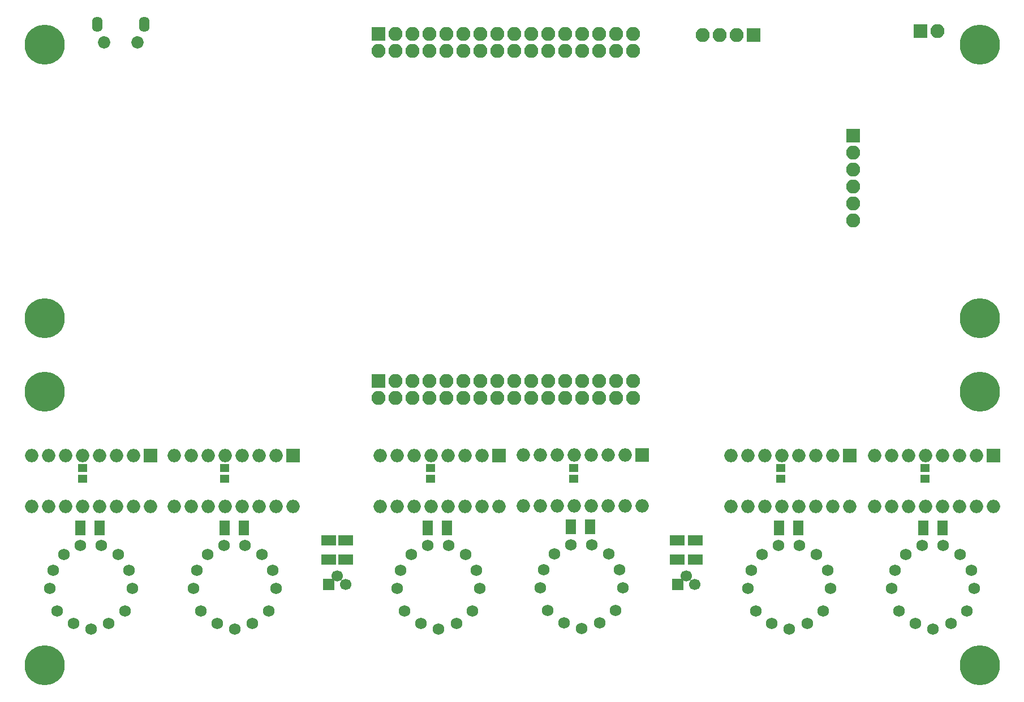
<source format=gbr>
G04 #@! TF.GenerationSoftware,KiCad,Pcbnew,(2018-01-30 revision 342197bb3)-makepkg*
G04 #@! TF.CreationDate,2018-06-27T08:36:49+02:00*
G04 #@! TF.ProjectId,NixieClock01A,4E69786965436C6F636B3031412E6B69,rev?*
G04 #@! TF.SameCoordinates,Original*
G04 #@! TF.FileFunction,Soldermask,Bot*
G04 #@! TF.FilePolarity,Negative*
%FSLAX46Y46*%
G04 Gerber Fmt 4.6, Leading zero omitted, Abs format (unit mm)*
G04 Created by KiCad (PCBNEW (2018-01-30 revision 342197bb3)-makepkg) date 06/27/18 08:36:49*
%MOMM*%
%LPD*%
G01*
G04 APERTURE LIST*
%ADD10C,1.727200*%
%ADD11C,1.700000*%
%ADD12R,1.700000X1.700000*%
%ADD13R,2.000000X2.000000*%
%ADD14O,2.000000X2.000000*%
%ADD15R,2.100000X2.100000*%
%ADD16O,2.100000X2.100000*%
%ADD17R,1.400000X1.220000*%
%ADD18R,1.620000X2.200000*%
%ADD19C,1.850000*%
%ADD20O,1.600000X2.300000*%
%ADD21C,6.000000*%
%ADD22R,2.200000X1.620000*%
G04 APERTURE END LIST*
D10*
X228990734Y-148551499D03*
X230470534Y-136013499D03*
X231635734Y-147719499D03*
X226345734Y-147719499D03*
X227345734Y-136083499D03*
X222801734Y-142520499D03*
X223301734Y-139782499D03*
X235179734Y-142520499D03*
X234679734Y-139782499D03*
X233057734Y-137414499D03*
X224923734Y-137414499D03*
X223923734Y-145888499D03*
X234057734Y-145888499D03*
X207490734Y-148551499D03*
X208970534Y-136013499D03*
X210135734Y-147719499D03*
X204845734Y-147719499D03*
X205845734Y-136083499D03*
X201301734Y-142520499D03*
X201801734Y-139782499D03*
X213679734Y-142520499D03*
X213179734Y-139782499D03*
X211557734Y-137414499D03*
X203423734Y-137414499D03*
X202423734Y-145888499D03*
X212557734Y-145888499D03*
X176411090Y-148473700D03*
X177890890Y-135935700D03*
X179056090Y-147641700D03*
X173766090Y-147641700D03*
X174766090Y-136005700D03*
X170222090Y-142442700D03*
X170722090Y-139704700D03*
X182600090Y-142442700D03*
X182100090Y-139704700D03*
X180478090Y-137336700D03*
X172344090Y-137336700D03*
X171344090Y-145810700D03*
X181478090Y-145810700D03*
X154990734Y-148551499D03*
X156470534Y-136013499D03*
X157635734Y-147719499D03*
X152345734Y-147719499D03*
X153345734Y-136083499D03*
X148801734Y-142520499D03*
X149301734Y-139782499D03*
X161179734Y-142520499D03*
X160679734Y-139782499D03*
X159057734Y-137414499D03*
X150923734Y-137414499D03*
X149923734Y-145888499D03*
X160057734Y-145888499D03*
X124490734Y-148551499D03*
X125970534Y-136013499D03*
X127135734Y-147719499D03*
X121845734Y-147719499D03*
X122845734Y-136083499D03*
X118301734Y-142520499D03*
X118801734Y-139782499D03*
X130679734Y-142520499D03*
X130179734Y-139782499D03*
X128557734Y-137414499D03*
X120423734Y-137414499D03*
X119423734Y-145888499D03*
X129557734Y-145888499D03*
X102990734Y-148551499D03*
X104470534Y-136013499D03*
X105635734Y-147719499D03*
X100345734Y-147719499D03*
X101345734Y-136083499D03*
X96801734Y-142520499D03*
X97301734Y-139782499D03*
X109179734Y-142520499D03*
X108679734Y-139782499D03*
X107057734Y-137414499D03*
X98923734Y-137414499D03*
X97923734Y-145888499D03*
X108057734Y-145888499D03*
D11*
X192089285Y-140647500D03*
X193359285Y-141917500D03*
D12*
X190819285Y-141917500D03*
D13*
X133230734Y-122551499D03*
D14*
X115450734Y-130171499D03*
X130690734Y-122551499D03*
X117990734Y-130171499D03*
X128150734Y-122551499D03*
X120530734Y-130171499D03*
X125610734Y-122551499D03*
X123070734Y-130171499D03*
X123070734Y-122551499D03*
X125610734Y-130171499D03*
X120530734Y-122551499D03*
X128150734Y-130171499D03*
X117990734Y-122551499D03*
X130690734Y-130171499D03*
X115450734Y-122551499D03*
X133230734Y-130171499D03*
D15*
X145990379Y-111429297D03*
D16*
X145990379Y-113969297D03*
X148530379Y-111429297D03*
X148530379Y-113969297D03*
X151070379Y-111429297D03*
X151070379Y-113969297D03*
X153610379Y-111429297D03*
X153610379Y-113969297D03*
X156150379Y-111429297D03*
X156150379Y-113969297D03*
X158690379Y-111429297D03*
X158690379Y-113969297D03*
X161230379Y-111429297D03*
X161230379Y-113969297D03*
X163770379Y-111429297D03*
X163770379Y-113969297D03*
X166310379Y-111429297D03*
X166310379Y-113969297D03*
X168850379Y-111429297D03*
X168850379Y-113969297D03*
X171390379Y-111429297D03*
X171390379Y-113969297D03*
X173930379Y-111429297D03*
X173930379Y-113969297D03*
X176470379Y-111429297D03*
X176470379Y-113969297D03*
X179010379Y-111429297D03*
X179010379Y-113969297D03*
X181550379Y-111429297D03*
X181550379Y-113969297D03*
X184090379Y-111429297D03*
X184090379Y-113969297D03*
D17*
X101690379Y-126029297D03*
X101690379Y-124429297D03*
D14*
X111880734Y-130171499D03*
X94100734Y-122551499D03*
X109340734Y-130171499D03*
X96640734Y-122551499D03*
X106800734Y-130171499D03*
X99180734Y-122551499D03*
X104260734Y-130171499D03*
X101720734Y-122551499D03*
X101720734Y-130171499D03*
X104260734Y-122551499D03*
X99180734Y-130171499D03*
X106800734Y-122551499D03*
X96640734Y-130171499D03*
X109340734Y-122551499D03*
X94100734Y-130171499D03*
D13*
X111880734Y-122551499D03*
D15*
X216992703Y-74666379D03*
D16*
X216992703Y-77206379D03*
X216992703Y-79746379D03*
X216992703Y-82286379D03*
X216992703Y-84826379D03*
X216992703Y-87366379D03*
D17*
X122990379Y-124429297D03*
X122990379Y-126029297D03*
X153790379Y-126029297D03*
X153790379Y-124429297D03*
X175190379Y-124429297D03*
X175190379Y-126029297D03*
X206190379Y-126029297D03*
X206190379Y-124429297D03*
X227790379Y-124429297D03*
X227790379Y-126029297D03*
D14*
X163990734Y-130171499D03*
X146210734Y-122551499D03*
X161450734Y-130171499D03*
X148750734Y-122551499D03*
X158910734Y-130171499D03*
X151290734Y-122551499D03*
X156370734Y-130171499D03*
X153830734Y-122551499D03*
X153830734Y-130171499D03*
X156370734Y-122551499D03*
X151290734Y-130171499D03*
X158910734Y-122551499D03*
X148750734Y-130171499D03*
X161450734Y-122551499D03*
X146210734Y-130171499D03*
D13*
X163990734Y-122551499D03*
X185411090Y-122473700D03*
D14*
X167631090Y-130093700D03*
X182871090Y-122473700D03*
X170171090Y-130093700D03*
X180331090Y-122473700D03*
X172711090Y-130093700D03*
X177791090Y-122473700D03*
X175251090Y-130093700D03*
X175251090Y-122473700D03*
X177791090Y-130093700D03*
X172711090Y-122473700D03*
X180331090Y-130093700D03*
X170171090Y-122473700D03*
X182871090Y-130093700D03*
X167631090Y-122473700D03*
X185411090Y-130093700D03*
D13*
X216490734Y-122551499D03*
D14*
X198710734Y-130171499D03*
X213950734Y-122551499D03*
X201250734Y-130171499D03*
X211410734Y-122551499D03*
X203790734Y-130171499D03*
X208870734Y-122551499D03*
X206330734Y-130171499D03*
X206330734Y-122551499D03*
X208870734Y-130171499D03*
X203790734Y-122551499D03*
X211410734Y-130171499D03*
X201250734Y-122551499D03*
X213950734Y-130171499D03*
X198710734Y-122551499D03*
X216490734Y-130171499D03*
X237990734Y-130171499D03*
X220210734Y-122551499D03*
X235450734Y-130171499D03*
X222750734Y-122551499D03*
X232910734Y-130171499D03*
X225290734Y-122551499D03*
X230370734Y-130171499D03*
X227830734Y-122551499D03*
X227830734Y-130171499D03*
X230370734Y-122551499D03*
X225290734Y-130171499D03*
X232910734Y-122551499D03*
X222750734Y-130171499D03*
X235450734Y-122551499D03*
X220210734Y-130171499D03*
D13*
X237990734Y-122551499D03*
D15*
X145990379Y-59429297D03*
D16*
X145990379Y-61969297D03*
X148530379Y-59429297D03*
X148530379Y-61969297D03*
X151070379Y-59429297D03*
X151070379Y-61969297D03*
X153610379Y-59429297D03*
X153610379Y-61969297D03*
X156150379Y-59429297D03*
X156150379Y-61969297D03*
X158690379Y-59429297D03*
X158690379Y-61969297D03*
X161230379Y-59429297D03*
X161230379Y-61969297D03*
X163770379Y-59429297D03*
X163770379Y-61969297D03*
X166310379Y-59429297D03*
X166310379Y-61969297D03*
X168850379Y-59429297D03*
X168850379Y-61969297D03*
X171390379Y-59429297D03*
X171390379Y-61969297D03*
X173930379Y-59429297D03*
X173930379Y-61969297D03*
X176470379Y-59429297D03*
X176470379Y-61969297D03*
X179010379Y-59429297D03*
X179010379Y-61969297D03*
X181550379Y-59429297D03*
X181550379Y-61969297D03*
X184090379Y-59429297D03*
X184090379Y-61969297D03*
D18*
X101360379Y-133429297D03*
X104220379Y-133429297D03*
X125820379Y-133429297D03*
X122960379Y-133429297D03*
X156220379Y-133429297D03*
X153360379Y-133429297D03*
X174760379Y-133229297D03*
X177620379Y-133229297D03*
X205960379Y-133429297D03*
X208820379Y-133429297D03*
X230420379Y-133429297D03*
X227560379Y-133429297D03*
D19*
X109900000Y-60662500D03*
X104900000Y-60662500D03*
D20*
X110900000Y-57962500D03*
X103900000Y-57962500D03*
D21*
X236000000Y-154000000D03*
X96000000Y-154000000D03*
X236000000Y-113000000D03*
X96000000Y-113000000D03*
X236000000Y-61000000D03*
X236000000Y-102000000D03*
X96000000Y-102000000D03*
X96000000Y-61000000D03*
D15*
X227100000Y-59000000D03*
D16*
X229640000Y-59000000D03*
D11*
X139789285Y-140647500D03*
X141059285Y-141917500D03*
D12*
X138519285Y-141917500D03*
D22*
X193400000Y-138189895D03*
X193400000Y-135329895D03*
X190700000Y-135329895D03*
X190700000Y-138189895D03*
X138500000Y-138130000D03*
X138500000Y-135270000D03*
X141100000Y-135270000D03*
X141100000Y-138130000D03*
D15*
X202100000Y-59600000D03*
D16*
X199560000Y-59600000D03*
X197020000Y-59600000D03*
X194480000Y-59600000D03*
M02*

</source>
